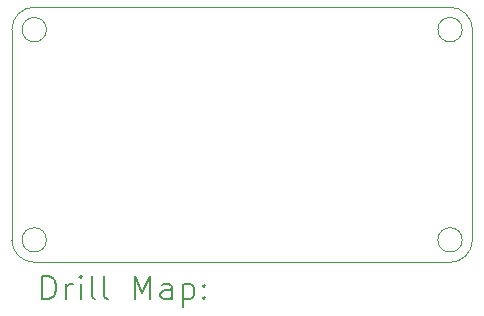
<source format=gbr>
%TF.GenerationSoftware,KiCad,Pcbnew,9.0.1*%
%TF.CreationDate,2025-07-01T21:06:53-04:00*%
%TF.ProjectId,Tiny Solar Power Suppy,54696e79-2053-46f6-9c61-7220506f7765,rev?*%
%TF.SameCoordinates,Original*%
%TF.FileFunction,Drillmap*%
%TF.FilePolarity,Positive*%
%FSLAX45Y45*%
G04 Gerber Fmt 4.5, Leading zero omitted, Abs format (unit mm)*
G04 Created by KiCad (PCBNEW 9.0.1) date 2025-07-01 21:06:53*
%MOMM*%
%LPD*%
G01*
G04 APERTURE LIST*
%ADD10C,0.050000*%
%ADD11C,0.200000*%
G04 APERTURE END LIST*
D10*
X9090000Y-13130000D02*
X9090000Y-11350000D01*
X12800000Y-13320000D02*
X9280000Y-13320000D01*
X12990000Y-11350000D02*
X12990000Y-13130000D01*
X9280000Y-11160000D02*
X12800000Y-11160000D01*
X9090000Y-11350000D02*
G75*
G02*
X9280000Y-11160000I190000J0D01*
G01*
X9280000Y-13320000D02*
G75*
G02*
X9090000Y-13130000I0J190000D01*
G01*
X12990000Y-13130000D02*
G75*
G02*
X12800000Y-13320000I-190000J0D01*
G01*
X12800000Y-11160000D02*
G75*
G02*
X12990000Y-11350000I0J-190000D01*
G01*
X9382956Y-13130000D02*
G75*
G02*
X9177044Y-13130000I-102956J0D01*
G01*
X9177044Y-13130000D02*
G75*
G02*
X9382956Y-13130000I102956J0D01*
G01*
X12902956Y-11350000D02*
G75*
G02*
X12697044Y-11350000I-102956J0D01*
G01*
X12697044Y-11350000D02*
G75*
G02*
X12902956Y-11350000I102956J0D01*
G01*
X9382956Y-11350000D02*
G75*
G02*
X9177044Y-11350000I-102956J0D01*
G01*
X9177044Y-11350000D02*
G75*
G02*
X9382956Y-11350000I102956J0D01*
G01*
X12902956Y-13130000D02*
G75*
G02*
X12697044Y-13130000I-102956J0D01*
G01*
X12697044Y-13130000D02*
G75*
G02*
X12902956Y-13130000I102956J0D01*
G01*
D11*
X9348277Y-13633984D02*
X9348277Y-13433984D01*
X9348277Y-13433984D02*
X9395896Y-13433984D01*
X9395896Y-13433984D02*
X9424467Y-13443508D01*
X9424467Y-13443508D02*
X9443515Y-13462555D01*
X9443515Y-13462555D02*
X9453039Y-13481603D01*
X9453039Y-13481603D02*
X9462563Y-13519698D01*
X9462563Y-13519698D02*
X9462563Y-13548269D01*
X9462563Y-13548269D02*
X9453039Y-13586365D01*
X9453039Y-13586365D02*
X9443515Y-13605412D01*
X9443515Y-13605412D02*
X9424467Y-13624460D01*
X9424467Y-13624460D02*
X9395896Y-13633984D01*
X9395896Y-13633984D02*
X9348277Y-13633984D01*
X9548277Y-13633984D02*
X9548277Y-13500650D01*
X9548277Y-13538746D02*
X9557801Y-13519698D01*
X9557801Y-13519698D02*
X9567324Y-13510174D01*
X9567324Y-13510174D02*
X9586372Y-13500650D01*
X9586372Y-13500650D02*
X9605420Y-13500650D01*
X9672086Y-13633984D02*
X9672086Y-13500650D01*
X9672086Y-13433984D02*
X9662563Y-13443508D01*
X9662563Y-13443508D02*
X9672086Y-13453031D01*
X9672086Y-13453031D02*
X9681610Y-13443508D01*
X9681610Y-13443508D02*
X9672086Y-13433984D01*
X9672086Y-13433984D02*
X9672086Y-13453031D01*
X9795896Y-13633984D02*
X9776848Y-13624460D01*
X9776848Y-13624460D02*
X9767324Y-13605412D01*
X9767324Y-13605412D02*
X9767324Y-13433984D01*
X9900658Y-13633984D02*
X9881610Y-13624460D01*
X9881610Y-13624460D02*
X9872086Y-13605412D01*
X9872086Y-13605412D02*
X9872086Y-13433984D01*
X10129229Y-13633984D02*
X10129229Y-13433984D01*
X10129229Y-13433984D02*
X10195896Y-13576841D01*
X10195896Y-13576841D02*
X10262563Y-13433984D01*
X10262563Y-13433984D02*
X10262563Y-13633984D01*
X10443515Y-13633984D02*
X10443515Y-13529222D01*
X10443515Y-13529222D02*
X10433991Y-13510174D01*
X10433991Y-13510174D02*
X10414944Y-13500650D01*
X10414944Y-13500650D02*
X10376848Y-13500650D01*
X10376848Y-13500650D02*
X10357801Y-13510174D01*
X10443515Y-13624460D02*
X10424467Y-13633984D01*
X10424467Y-13633984D02*
X10376848Y-13633984D01*
X10376848Y-13633984D02*
X10357801Y-13624460D01*
X10357801Y-13624460D02*
X10348277Y-13605412D01*
X10348277Y-13605412D02*
X10348277Y-13586365D01*
X10348277Y-13586365D02*
X10357801Y-13567317D01*
X10357801Y-13567317D02*
X10376848Y-13557793D01*
X10376848Y-13557793D02*
X10424467Y-13557793D01*
X10424467Y-13557793D02*
X10443515Y-13548269D01*
X10538753Y-13500650D02*
X10538753Y-13700650D01*
X10538753Y-13510174D02*
X10557801Y-13500650D01*
X10557801Y-13500650D02*
X10595896Y-13500650D01*
X10595896Y-13500650D02*
X10614944Y-13510174D01*
X10614944Y-13510174D02*
X10624467Y-13519698D01*
X10624467Y-13519698D02*
X10633991Y-13538746D01*
X10633991Y-13538746D02*
X10633991Y-13595888D01*
X10633991Y-13595888D02*
X10624467Y-13614936D01*
X10624467Y-13614936D02*
X10614944Y-13624460D01*
X10614944Y-13624460D02*
X10595896Y-13633984D01*
X10595896Y-13633984D02*
X10557801Y-13633984D01*
X10557801Y-13633984D02*
X10538753Y-13624460D01*
X10719705Y-13614936D02*
X10729229Y-13624460D01*
X10729229Y-13624460D02*
X10719705Y-13633984D01*
X10719705Y-13633984D02*
X10710182Y-13624460D01*
X10710182Y-13624460D02*
X10719705Y-13614936D01*
X10719705Y-13614936D02*
X10719705Y-13633984D01*
X10719705Y-13510174D02*
X10729229Y-13519698D01*
X10729229Y-13519698D02*
X10719705Y-13529222D01*
X10719705Y-13529222D02*
X10710182Y-13519698D01*
X10710182Y-13519698D02*
X10719705Y-13510174D01*
X10719705Y-13510174D02*
X10719705Y-13529222D01*
M02*

</source>
